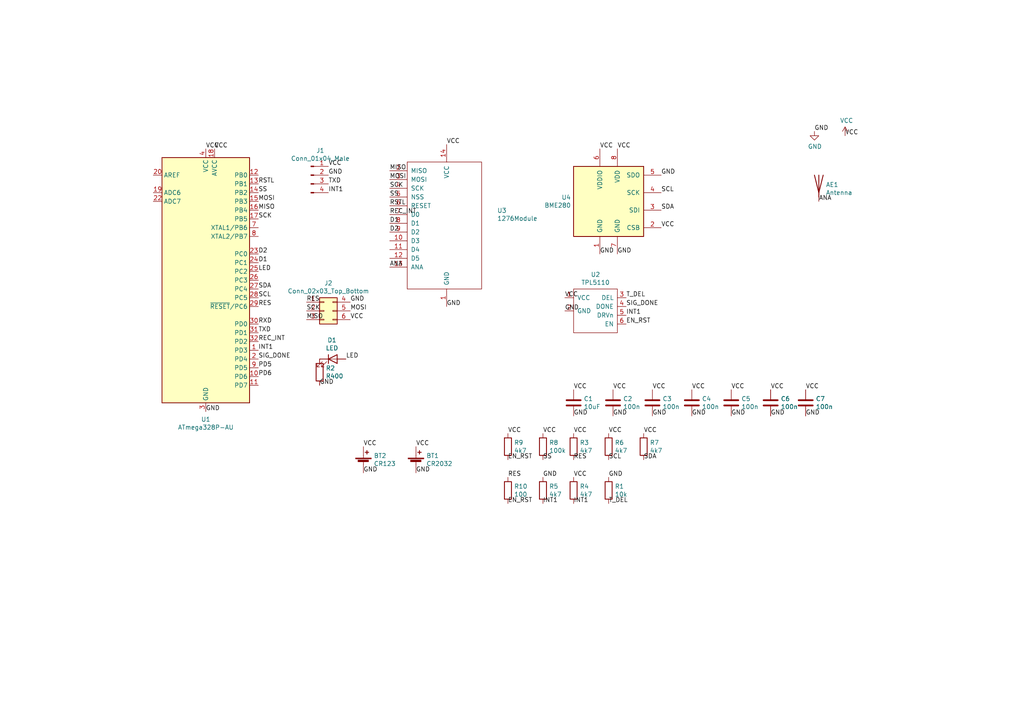
<source format=kicad_sch>
(kicad_sch (version 20211123) (generator eeschema)
  (paper "A4")
  (lib_symbols
    (symbol "Connector:Conn_01x04_Male" (pin_names (offset 1.016) hide)
      (property "Reference" "J" (at 0 5.08 0))
      (property "Value" "Conn_01x04_Male" (at 0 -7.62 0))
      (symbol "Conn_01x04_Male_1_1"
        (polyline (pts (xy 1.27 -5.08) (xy 0.8636 -5.08)) (stroke (width 0.1524)))
        (polyline (pts (xy 1.27 -2.54) (xy 0.8636 -2.54)) (stroke (width 0.1524)))
        (polyline (pts (xy 1.27 0) (xy 0.8636 0)) (stroke (width 0.1524)))
        (polyline (pts (xy 1.27 2.54) (xy 0.8636 2.54)) (stroke (width 0.1524)))
        (rectangle (start 0.8636 -4.953) (end 0 -5.207) (stroke (width 0.1524)) (fill (type outline)))
        (rectangle (start 0.8636 -2.413) (end 0 -2.667) (stroke (width 0.1524)) (fill (type outline)))
        (rectangle (start 0.8636 0.127) (end 0 -0.127) (stroke (width 0.1524)) (fill (type outline)))
        (rectangle (start 0.8636 2.667) (end 0 2.413) (stroke (width 0.1524)) (fill (type outline)))
        (pin passive line (at 5.08 2.54 180) (length 3.81) (name "Pin_1") (number "1"))
        (pin passive line (at 5.08 0 180) (length 3.81) (name "Pin_2") (number "2"))
        (pin passive line (at 5.08 -2.54 180) (length 3.81) (name "Pin_3") (number "3"))
        (pin passive line (at 5.08 -5.08 180) (length 3.81) (name "Pin_4") (number "4"))
      )
    )
    (symbol "Connector_Generic:Conn_02x03_Top_Bottom" (pin_names (offset 1.016) hide)
      (property "Reference" "J" (at 1.27 5.08 0))
      (property "Value" "Conn_02x03_Top_Bottom" (at 1.27 -5.08 0))
      (symbol "Conn_02x03_Top_Bottom_1_1"
        (rectangle (start -1.27 -2.413) (end 0 -2.667) (stroke (width 0.1524)))
        (rectangle (start -1.27 0.127) (end 0 -0.127) (stroke (width 0.1524)))
        (rectangle (start -1.27 2.667) (end 0 2.413) (stroke (width 0.1524)))
        (rectangle (start -1.27 3.81) (end 3.81 -3.81) (stroke (width 0.254)) (fill (type background)))
        (rectangle (start 3.81 -2.413) (end 2.54 -2.667) (stroke (width 0.1524)))
        (rectangle (start 3.81 0.127) (end 2.54 -0.127) (stroke (width 0.1524)))
        (rectangle (start 3.81 2.667) (end 2.54 2.413) (stroke (width 0.1524)))
        (pin passive line (at -5.08 2.54 0) (length 3.81) (name "Pin_1") (number "1"))
        (pin passive line (at -5.08 0 0) (length 3.81) (name "Pin_2") (number "2"))
        (pin passive line (at -5.08 -2.54 0) (length 3.81) (name "Pin_3") (number "3"))
        (pin passive line (at 7.62 2.54 180) (length 3.81) (name "Pin_4") (number "4"))
        (pin passive line (at 7.62 0 180) (length 3.81) (name "Pin_5") (number "5"))
        (pin passive line (at 7.62 -2.54 180) (length 3.81) (name "Pin_6") (number "6"))
      )
    )
    (symbol "Device:Antenna" (pin_numbers hide) (pin_names (offset 1.016) hide)
      (property "Reference" "AE" (at -1.905 1.905 0))
      (property "Value" "Antenna" (at -1.905 0 0))
      (symbol "Antenna_0_1"
        (polyline (pts (xy 0 2.54) (xy 0 -3.81)) (stroke (width 0.254)))
        (polyline (pts (xy 1.27 2.54) (xy 0 -2.54) (xy -1.27 2.54)) (stroke (width 0.254)))
      )
      (symbol "Antenna_1_1"
        (pin input line (at 0 -5.08 90) (length 2.54) (name "A") (number "1"))
      )
    )
    (symbol "Device:Battery_Cell" (pin_numbers hide) (pin_names (offset 0) hide)
      (property "Reference" "BT" (at 2.54 2.54 0))
      (property "Value" "Battery_Cell" (at 2.54 0 0))
      (symbol "Battery_Cell_0_1"
        (rectangle (start -2.286 1.778) (end 2.286 1.524) (fill (type outline)))
        (rectangle (start -1.5748 1.1938) (end 1.4732 0.6858) (fill (type outline)))
        (polyline (pts (xy 0 0.762) (xy 0 0)))
        (polyline (pts (xy 0 1.778) (xy 0 2.54)))
        (polyline (pts (xy 0.508 3.429) (xy 1.524 3.429)) (stroke (width 0.254)))
        (polyline (pts (xy 1.016 3.937) (xy 1.016 2.921)) (stroke (width 0.254)))
      )
      (symbol "Battery_Cell_1_1"
        (pin passive line (at 0 5.08 270) (length 2.54) (name "+") (number "1"))
        (pin passive line (at 0 -2.54 90) (length 2.54) (name "-") (number "2"))
      )
    )
    (symbol "Device:C" (pin_numbers hide) (pin_names (offset 0.254))
      (property "Reference" "C" (at 0.635 2.54 0))
      (property "Value" "C" (at 0.635 -2.54 0))
      (symbol "C_0_1"
        (polyline (pts (xy -2.032 -0.762) (xy 2.032 -0.762)) (stroke (width 0.508)))
        (polyline (pts (xy -2.032 0.762) (xy 2.032 0.762)) (stroke (width 0.508)))
      )
      (symbol "C_1_1"
        (pin passive line (at 0 3.81 270) (length 2.794) (name "~") (number "1"))
        (pin passive line (at 0 -3.81 90) (length 2.794) (name "~") (number "2"))
      )
    )
    (symbol "Device:LED" (pin_numbers hide) (pin_names (offset 1.016) hide)
      (property "Reference" "D" (at 0 2.54 0))
      (property "Value" "LED" (at 0 -2.54 0))
      (symbol "LED_0_1"
        (polyline (pts (xy -1.27 -1.27) (xy -1.27 1.27)) (stroke (width 0.254)))
        (polyline (pts (xy -1.27 0) (xy 1.27 0)))
        (polyline (pts (xy 1.27 -1.27) (xy 1.27 1.27) (xy -1.27 0) (xy 1.27 -1.27)) (stroke (width 0.254)))
        (polyline (pts (xy -3.048 -0.762) (xy -4.572 -2.286) (xy -3.81 -2.286) (xy -4.572 -2.286) (xy -4.572 -1.524)))
        (polyline (pts (xy -1.778 -0.762) (xy -3.302 -2.286) (xy -2.54 -2.286) (xy -3.302 -2.286) (xy -3.302 -1.524)))
      )
      (symbol "LED_1_1"
        (pin passive line (at -3.81 0 0) (length 2.54) (name "K") (number "1"))
        (pin passive line (at 3.81 0 180) (length 2.54) (name "A") (number "2"))
      )
    )
    (symbol "Device:R" (pin_numbers hide) (pin_names (offset 0))
      (property "Reference" "R" (at 2.032 0 90))
      (property "Value" "R" (at 0 0 90))
      (symbol "R_0_1"
        (rectangle (start -1.016 -2.54) (end 1.016 2.54) (stroke (width 0.254)))
      )
      (symbol "R_1_1"
        (pin passive line (at 0 3.81 270) (length 1.27) (name "~") (number "1"))
        (pin passive line (at 0 -3.81 90) (length 1.27) (name "~") (number "2"))
      )
    )
    (symbol "HASymbols:1276Module" (pin_names (offset 1.016))
      (property "Reference" "U" (at 10.16 -1.27 0))
      (property "Value" "1276Module" (at 11.43 -6.35 0))
      (symbol "1276Module_0_1"
        (rectangle (start -16.51 20.32) (end 5.08 -16.51))
      )
      (symbol "1276Module_1_1"
        (pin bidirectional line (at -5.08 -21.59 90) (length 5.08) (name "GND") (number "1"))
        (pin bidirectional line (at -21.59 -2.54 0) (length 5.08) (name "D3") (number "10"))
        (pin bidirectional line (at -21.59 -5.08 0) (length 5.08) (name "D4") (number "11"))
        (pin bidirectional line (at -21.59 -7.62 0) (length 5.08) (name "D5") (number "12"))
        (pin bidirectional line (at -21.59 -10.16 0) (length 5.08) (name "ANA") (number "13"))
        (pin bidirectional line (at -5.08 25.4 270) (length 5.08) (name "VCC") (number "14"))
        (pin bidirectional line (at -21.59 17.78 0) (length 5.08) (name "MISO") (number "2"))
        (pin bidirectional line (at -21.59 15.24 0) (length 5.08) (name "MOSI") (number "3"))
        (pin bidirectional line (at -21.59 12.7 0) (length 5.08) (name "SCK") (number "4"))
        (pin bidirectional line (at -21.59 10.16 0) (length 5.08) (name "NSS") (number "5"))
        (pin bidirectional line (at -21.59 7.62 0) (length 5.08) (name "RESET") (number "6"))
        (pin bidirectional line (at -21.59 5.08 0) (length 5.08) (name "D0") (number "7"))
        (pin bidirectional line (at -21.59 2.54 0) (length 5.08) (name "D1") (number "8"))
        (pin bidirectional line (at -21.59 0 0) (length 5.08) (name "D2") (number "9"))
      )
    )
    (symbol "HASymbols:TPL5111" (pin_names (offset 1.016))
      (property "Reference" "U" (at 0 0 0))
      (property "Value" "TPL5111" (at 1.27 -2.54 0))
      (symbol "TPL5111_0_1"
        (rectangle (start -6.35 15.24) (end 6.35 2.54))
      )
      (symbol "TPL5111_1_1"
        (pin input line (at -8.89 12.7 0) (length 2.54) (name "VCC") (number "1"))
        (pin input line (at -8.89 8.89 0) (length 2.54) (name "GND") (number "2"))
        (pin input line (at 8.89 12.7 180) (length 2.54) (name "DEL") (number "3"))
        (pin input line (at 8.89 10.16 180) (length 2.54) (name "DONE") (number "4"))
        (pin input line (at 8.89 7.62 180) (length 2.54) (name "DRVn") (number "5"))
        (pin input line (at 8.89 5.08 180) (length 2.54) (name "EN") (number "6"))
      )
    )
    (symbol "MCU_Microchip_ATmega:ATmega328P-AU"
      (property "Reference" "U" (at -12.7 36.83 0))
      (property "Value" "MCU_Microchip_ATmega_ATmega328P-AU" (at 2.54 -36.83 0))
      (symbol "ATmega328P-AU_0_1"
        (rectangle (start -12.7 -35.56) (end 12.7 35.56) (stroke (width 0.254)) (fill (type background)))
      )
      (symbol "ATmega328P-AU_1_1"
        (pin bidirectional line (at 15.24 -20.32 180) (length 2.54) (name "PD3") (number "1"))
        (pin bidirectional line (at 15.24 -27.94 180) (length 2.54) (name "PD6") (number "10"))
        (pin bidirectional line (at 15.24 -30.48 180) (length 2.54) (name "PD7") (number "11"))
        (pin bidirectional line (at 15.24 30.48 180) (length 2.54) (name "PB0") (number "12"))
        (pin bidirectional line (at 15.24 27.94 180) (length 2.54) (name "PB1") (number "13"))
        (pin bidirectional line (at 15.24 25.4 180) (length 2.54) (name "PB2") (number "14"))
        (pin bidirectional line (at 15.24 22.86 180) (length 2.54) (name "PB3") (number "15"))
        (pin bidirectional line (at 15.24 20.32 180) (length 2.54) (name "PB4") (number "16"))
        (pin bidirectional line (at 15.24 17.78 180) (length 2.54) (name "PB5") (number "17"))
        (pin power_in line (at 2.54 38.1 270) (length 2.54) (name "AVCC") (number "18"))
        (pin input line (at -15.24 25.4 0) (length 2.54) (name "ADC6") (number "19"))
        (pin bidirectional line (at 15.24 -22.86 180) (length 2.54) (name "PD4") (number "2"))
        (pin passive line (at -15.24 30.48 0) (length 2.54) (name "AREF") (number "20"))
        (pin passive line (at 0 -38.1 90) (length 2.54) hide (name "GND") (number "21"))
        (pin input line (at -15.24 22.86 0) (length 2.54) (name "ADC7") (number "22"))
        (pin bidirectional line (at 15.24 7.62 180) (length 2.54) (name "PC0") (number "23"))
        (pin bidirectional line (at 15.24 5.08 180) (length 2.54) (name "PC1") (number "24"))
        (pin bidirectional line (at 15.24 2.54 180) (length 2.54) (name "PC2") (number "25"))
        (pin bidirectional line (at 15.24 0 180) (length 2.54) (name "PC3") (number "26"))
        (pin bidirectional line (at 15.24 -2.54 180) (length 2.54) (name "PC4") (number "27"))
        (pin bidirectional line (at 15.24 -5.08 180) (length 2.54) (name "PC5") (number "28"))
        (pin bidirectional line (at 15.24 -7.62 180) (length 2.54) (name "~{RESET}/PC6") (number "29"))
        (pin power_in line (at 0 -38.1 90) (length 2.54) (name "GND") (number "3"))
        (pin bidirectional line (at 15.24 -12.7 180) (length 2.54) (name "PD0") (number "30"))
        (pin bidirectional line (at 15.24 -15.24 180) (length 2.54) (name "PD1") (number "31"))
        (pin bidirectional line (at 15.24 -17.78 180) (length 2.54) (name "PD2") (number "32"))
        (pin power_in line (at 0 38.1 270) (length 2.54) (name "VCC") (number "4"))
        (pin passive line (at 0 -38.1 90) (length 2.54) hide (name "GND") (number "5"))
        (pin passive line (at 0 38.1 270) (length 2.54) hide (name "VCC") (number "6"))
        (pin bidirectional line (at 15.24 15.24 180) (length 2.54) (name "XTAL1/PB6") (number "7"))
        (pin bidirectional line (at 15.24 12.7 180) (length 2.54) (name "XTAL2/PB7") (number "8"))
        (pin bidirectional line (at 15.24 -25.4 180) (length 2.54) (name "PD5") (number "9"))
      )
    )
    (symbol "Sensor:BME280" (pin_names (offset 1.016))
      (property "Reference" "U" (at 7.62 12.7 0))
      (property "Value" "BME280" (at 7.62 -12.7 0))
      (symbol "BME280_0_1"
        (rectangle (start -10.16 10.16) (end 10.16 -10.16) (stroke (width 0.254)) (fill (type background)))
      )
      (symbol "BME280_1_1"
        (pin power_in line (at -2.54 -15.24 90) (length 5.08) (name "GND") (number "1"))
        (pin input line (at 15.24 -7.62 180) (length 5.08) (name "CSB") (number "2"))
        (pin bidirectional line (at 15.24 -2.54 180) (length 5.08) (name "SDI") (number "3"))
        (pin input line (at 15.24 2.54 180) (length 5.08) (name "SCK") (number "4"))
        (pin bidirectional line (at 15.24 7.62 180) (length 5.08) (name "SDO") (number "5"))
        (pin power_in line (at -2.54 15.24 270) (length 5.08) (name "VDDIO") (number "6"))
        (pin power_in line (at 2.54 -15.24 90) (length 5.08) (name "GND") (number "7"))
        (pin power_in line (at 2.54 15.24 270) (length 5.08) (name "VDD") (number "8"))
      )
    )
    (symbol "power:GND" (power) (pin_names (offset 0))
      (property "Value" "GND" (at 0 -3.81 0))
      (symbol "GND_0_1"
        (polyline (pts (xy 0 0) (xy 0 -1.27) (xy 1.27 -1.27) (xy 0 -2.54) (xy -1.27 -1.27) (xy 0 -1.27)))
      )
      (symbol "GND_1_1"
        (pin power_in line (at 0 0 270) (length 0) hide (name "GND") (number "1"))
      )
    )
    (symbol "power:VCC" (power) (pin_names (offset 0))
      (property "Value" "VCC" (at 0 3.81 0))
      (symbol "VCC_0_1"
        (polyline (pts (xy -0.762 1.27) (xy 0 2.54)))
        (polyline (pts (xy 0 0) (xy 0 2.54)))
        (polyline (pts (xy 0 2.54) (xy 0.762 1.27)))
      )
      (symbol "VCC_1_1"
        (pin power_in line (at 0 0 90) (length 0) hide (name "VCC") (number "1"))
      )
    )
  )
  (label "MISO" (at 113.03 49.53 0))
  (label "VCC" (at 95.25 48.26 0))
  (label "INT1" (at 181.61 91.44 0))
  (label "GND" (at 173.99 73.66 0))
  (label "PD6" (at 74.93 109.22 0))
  (label "SCL" (at 74.93 86.36 0))
  (label "D2" (at 113.03 67.31 0))
  (label "RES" (at 88.9 87.63 0))
  (label "SCK" (at 113.03 54.61 0))
  (label "RES" (at 147.32 138.43 0))
  (label "VCC" (at 163.83 86.36 0))
  (label "REC_INT" (at 113.03 62.23 0))
  (label "EN_RST" (at 147.32 133.35 0))
  (label "LED" (at 100.33 104.14 0))
  (label "GND" (at 157.48 138.43 0))
  (label "D1" (at 113.03 64.77 0))
  (label "SS" (at 157.48 133.35 0))
  (label "SS" (at 74.93 55.88 0))
  (label "GND" (at 95.25 50.8 0))
  (label "VCC" (at 177.8 113.03 0))
  (label "GND" (at 105.41 137.16 0))
  (label "RSTL" (at 113.03 59.69 0))
  (label "VCC" (at 129.54 41.91 0))
  (label "GND" (at 189.23 120.65 0))
  (label "D1" (at 74.93 76.2 0))
  (label "EN_RST" (at 181.61 93.98 0))
  (label "GND" (at 101.6 87.63 0))
  (label "VCC" (at 233.68 113.03 0))
  (label "INT1" (at 95.25 55.88 0))
  (label "LED" (at 74.93 78.74 0))
  (label "SIG_DONE" (at 181.61 88.9 0))
  (label "VCC" (at 62.23 43.18 0))
  (label "SCK" (at 74.93 63.5 0))
  (label "SIG_DONE" (at 74.93 104.14 0))
  (label "INT1" (at 166.37 146.05 0))
  (label "VCC" (at 212.09 113.03 0))
  (label "SS" (at 113.03 57.15 0))
  (label "GND" (at 92.71 111.76 0))
  (label "VCC" (at 173.99 43.18 0))
  (label "GND" (at 200.66 120.65 0))
  (label "GND" (at 129.54 88.9 0))
  (label "SDA" (at 191.77 60.96 0))
  (label "VCC" (at 186.69 125.73 0))
  (label "SDA" (at 74.93 83.82 0))
  (label "VCC" (at 223.52 113.03 0))
  (label "RSTL" (at 74.93 53.34 0))
  (label "SCL" (at 176.53 133.35 0))
  (label "SDA" (at 186.69 133.35 0))
  (label "VCC" (at 157.48 125.73 0))
  (label "VCC" (at 189.23 113.03 0))
  (label "INT1" (at 157.48 146.05 0))
  (label "VCC" (at 59.69 43.18 0))
  (label "GND" (at 179.07 73.66 0))
  (label "GND" (at 223.52 120.65 0))
  (label "GND" (at 176.53 138.43 0))
  (label "VCC" (at 166.37 125.73 0))
  (label "T_DEL" (at 181.61 86.36 0))
  (label "RES" (at 166.37 133.35 0))
  (label "RXD" (at 74.93 93.98 0))
  (label "SCK" (at 88.9 90.17 0))
  (label "GND" (at 177.8 120.65 0))
  (label "GND" (at 233.68 120.65 0))
  (label "EN_RST" (at 147.32 146.05 0))
  (label "VCC" (at 147.32 125.73 0))
  (label "GND" (at 120.65 137.16 0))
  (label "GND" (at 163.83 90.17 0))
  (label "VCC" (at 179.07 43.18 0))
  (label "VCC" (at 166.37 113.03 0))
  (label "VCC" (at 191.77 66.04 0))
  (label "VCC" (at 245.11 39.37 0))
  (label "REC_INT" (at 74.93 99.06 0))
  (label "GND" (at 212.09 120.65 0))
  (label "MISO" (at 74.93 60.96 0))
  (label "RES" (at 74.93 88.9 0))
  (label "TXD" (at 95.25 53.34 0))
  (label "MOSI" (at 113.03 52.07 0))
  (label "GND" (at 166.37 120.65 0))
  (label "VCC" (at 176.53 125.73 0))
  (label "PD5" (at 74.93 106.68 0))
  (label "VCC" (at 166.37 138.43 0))
  (label "GND" (at 59.69 119.38 0))
  (label "D2" (at 74.93 73.66 0))
  (label "VCC" (at 101.6 92.71 0))
  (label "GND" (at 236.22 38.1 0))
  (label "ANA" (at 113.03 77.47 0))
  (label "TXD" (at 74.93 96.52 0))
  (label "MOSI" (at 74.93 58.42 0))
  (label "VCC" (at 120.65 129.54 0))
  (label "VCC" (at 200.66 113.03 0))
  (label "INT1" (at 74.93 101.6 0))
  (label "T_DEL" (at 176.53 146.05 0))
  (label "SCL" (at 191.77 55.88 0))
  (label "MISO" (at 88.9 92.71 0))
  (label "ANA" (at 237.49 58.42 0))
  (label "MOSI" (at 101.6 90.17 0))
  (label "GND" (at 191.77 50.8 0))
  (label "VCC" (at 105.41 129.54 0))
  (symbol (lib_id "Device:R") (at 166.37 129.54 0) (unit 1)
    (property "Reference" "R3" (at 168.148 128.3716 0) (effects (justify left)))
    (property "Value" "4k7" (at 168.148 130.683 0) (effects (justify left)))
    (property "Footprint" "halib:R_0603_Compact_hand" (effects hide))
  )
  (symbol (lib_id "HASymbols:1276Module") (at 134.62 67.31 0) (unit 1)
    (property "Reference" "U3" (at 144.1958 61.0616 0) (effects (justify left)))
    (property "Value" "1276Module" (at 144.1958 63.373 0) (effects (justify left)))
    (property "Footprint" "halib:1276Module2mm" (effects hide))
  )
  (symbol (lib_id "power:GND") (at 236.22 38.1 0) (unit 1)
    (property "Reference" "#PWR01" (effects hide))
    (property "Value" "GND" (at 236.347 42.4942 0))
  )
  (symbol (lib_id "power:VCC") (at 245.11 39.37 0) (unit 1)
    (property "Reference" "#PWR02" (effects hide))
    (property "Value" "VCC" (at 245.5418 34.9758 0))
  )
  (symbol (lib_id "Device:C") (at 166.37 116.84 0) (unit 1)
    (property "Reference" "C1" (at 169.291 115.6716 0) (effects (justify left)))
    (property "Value" "10uF" (at 169.291 117.983 0) (effects (justify left)))
    (property "Footprint" "Capacitors_SMD:C_0805_HandSoldering" (effects hide))
  )
  (symbol (lib_id "Device:C") (at 189.23 116.84 0) (unit 1)
    (property "Reference" "C3" (at 192.151 115.6716 0) (effects (justify left)))
    (property "Value" "100n" (at 192.151 117.983 0) (effects (justify left)))
    (property "Footprint" "halib:C_0603_Compact_hand" (effects hide))
  )
  (symbol (lib_id "Device:C") (at 177.8 116.84 0) (unit 1)
    (property "Reference" "C2" (at 180.721 115.6716 0) (effects (justify left)))
    (property "Value" "100n" (at 180.721 117.983 0) (effects (justify left)))
    (property "Footprint" "halib:C_0603_Compact_hand" (effects hide))
  )
  (symbol (lib_id "Device:C") (at 212.09 116.84 0) (unit 1)
    (property "Reference" "C5" (at 215.011 115.6716 0) (effects (justify left)))
    (property "Value" "100n" (at 215.011 117.983 0) (effects (justify left)))
    (property "Footprint" "halib:C_0603_Compact_hand" (effects hide))
  )
  (symbol (lib_id "Device:C") (at 200.66 116.84 0) (unit 1)
    (property "Reference" "C4" (at 203.581 115.6716 0) (effects (justify left)))
    (property "Value" "100n" (at 203.581 117.983 0) (effects (justify left)))
    (property "Footprint" "halib:C_0603_Compact_hand" (effects hide))
  )
  (symbol (lib_id "Device:R") (at 176.53 129.54 0) (unit 1)
    (property "Reference" "R6" (at 178.308 128.3716 0) (effects (justify left)))
    (property "Value" "4k7" (at 178.308 130.683 0) (effects (justify left)))
    (property "Footprint" "halib:R_0603_Compact_hand" (effects hide))
  )
  (symbol (lib_id "Device:R") (at 186.69 129.54 0) (unit 1)
    (property "Reference" "R7" (at 188.468 128.3716 0) (effects (justify left)))
    (property "Value" "4k7" (at 188.468 130.683 0) (effects (justify left)))
    (property "Footprint" "halib:R_0603_Compact_hand" (effects hide))
  )
  (symbol (lib_id "Sensor:BME280") (at 176.53 58.42 0) (unit 1)
    (property "Reference" "U4" (at 165.608 57.2516 0) (effects (justify right)))
    (property "Value" "BME280" (at 165.608 59.563 0) (effects (justify right)))
    (property "Footprint" "halib:Bme280_1mm" (effects hide))
    (property "Datasheet" "https://ae-bst.resource.bosch.com/media/_tech/media/datasheets/BST-BME280_DS001-11.pdf" (effects hide))
  )
  (symbol (lib_id "Connector_Generic:Conn_02x03_Top_Bottom") (at 93.98 90.17 0) (unit 1)
    (property "Reference" "J2" (at 95.25 82.1182 0))
    (property "Value" "Conn_02x03_Top_Bottom" (at 95.25 84.4296 0))
    (property "Footprint" "halib:EdgePads_FB_2x03" (effects hide))
  )
  (symbol (lib_id "Device:LED") (at 96.52 104.14 0) (unit 1)
    (property "Reference" "D1" (at 96.2914 98.6536 0))
    (property "Value" "LED" (at 96.2914 100.965 0))
    (property "Footprint" "LEDs:LED_0805" (effects hide))
  )
  (symbol (lib_id "Device:R") (at 92.71 107.95 0) (unit 1)
    (property "Reference" "R2" (at 94.488 106.7816 0) (effects (justify left)))
    (property "Value" "R400" (at 94.488 109.093 0) (effects (justify left)))
    (property "Footprint" "halib:R_0603_Compact_hand" (effects hide))
  )
  (symbol (lib_id "HASymbols:TPL5111") (at 172.72 99.06 0) (unit 1)
    (property "Reference" "U2" (at 172.72 79.629 0))
    (property "Value" "TPL5110" (at 172.72 81.9404 0))
    (property "Footprint" "TO_SOT_Packages_SMD:SOT-23-6" (effects hide))
  )
  (symbol (lib_id "Device:R") (at 176.53 142.24 180) (unit 1)
    (property "Reference" "R1" (at 178.308 141.0716 0) (effects (justify right)))
    (property "Value" "10k" (at 178.308 143.383 0) (effects (justify right)))
    (property "Footprint" "halib:R_0603_Compact_hand" (effects hide))
  )
  (symbol (lib_id "Device:Antenna") (at 237.49 53.34 0) (unit 1)
    (property "Reference" "AE1" (at 239.522 53.5686 0) (effects (justify left)))
    (property "Value" "Antenna" (at 239.522 55.88 0) (effects (justify left)))
    (property "Footprint" "Pin_Headers:Pin_Header_Straight_1x01_Pitch2.54mm" (effects hide))
  )
  (symbol (lib_id "Device:C") (at 223.52 116.84 0) (unit 1)
    (property "Reference" "C6" (at 226.441 115.6716 0) (effects (justify left)))
    (property "Value" "100n" (at 226.441 117.983 0) (effects (justify left)))
    (property "Footprint" "halib:C_0603_Compact_hand" (effects hide))
  )
  (symbol (lib_id "Device:R") (at 166.37 142.24 0) (unit 1)
    (property "Reference" "R4" (at 168.148 141.0716 0) (effects (justify left)))
    (property "Value" "4k7" (at 168.148 143.383 0) (effects (justify left)))
    (property "Footprint" "halib:R_0603_Compact_hand" (effects hide))
  )
  (symbol (lib_id "Device:Battery_Cell") (at 120.65 134.62 0) (unit 1)
    (property "Reference" "BT1" (at 123.6472 132.1816 0) (effects (justify left)))
    (property "Value" "CR2032" (at 123.6472 134.493 0) (effects (justify left)))
    (property "Footprint" "halib:2032-SMD_COMPACT" (effects hide))
  )
  (symbol (lib_id "Device:R") (at 157.48 142.24 0) (unit 1)
    (property "Reference" "R5" (at 159.258 141.0716 0) (effects (justify left)))
    (property "Value" "4k7" (at 159.258 143.383 0) (effects (justify left)))
    (property "Footprint" "halib:R_0603_Compact_hand" (effects hide))
  )
  (symbol (lib_id "Device:Battery_Cell") (at 105.41 134.62 0) (unit 1)
    (property "Reference" "BT2" (at 108.4072 132.1816 0) (effects (justify left)))
    (property "Value" "CR123" (at 108.4072 134.493 0) (effects (justify left)))
    (property "Footprint" "halib:CR123Holder" (effects hide))
  )
  (symbol (lib_id "MCU_Microchip_ATmega:ATmega328P-AU") (at 59.69 81.28 0) (unit 1)
    (property "Reference" "U1" (at 59.69 121.6406 0))
    (property "Value" "ATmega328P-AU" (at 59.69 123.952 0))
    (property "Footprint" "Housings_QFP:TQFP-32_7x7mm_Pitch0.8mm" (effects hide))
    (property "Datasheet" "http://ww1.microchip.com/downloads/en/DeviceDoc/ATmega328_P%20AVR%20MCU%20with%20picoPower%20Technology%20Data%20Sheet%2040001984A.pdf" (effects hide))
  )
  (symbol (lib_id "Device:R") (at 157.48 129.54 0) (unit 1)
    (property "Reference" "R8" (at 159.258 128.3716 0) (effects (justify left)))
    (property "Value" "100k" (at 159.258 130.683 0) (effects (justify left)))
    (property "Footprint" "halib:R_0603_Compact_hand" (effects hide))
  )
  (symbol (lib_id "Device:R") (at 147.32 129.54 0) (unit 1)
    (property "Reference" "R9" (at 149.098 128.3716 0) (effects (justify left)))
    (property "Value" "4k7" (at 149.098 130.683 0) (effects (justify left)))
    (property "Footprint" "halib:R_0603_Compact_hand" (effects hide))
  )
  (symbol (lib_id "Device:R") (at 147.32 142.24 0) (unit 1)
    (property "Reference" "R10" (at 149.098 141.0716 0) (effects (justify left)))
    (property "Value" "100" (at 149.098 143.383 0) (effects (justify left)))
    (property "Footprint" "halib:R_0603_Compact_hand" (effects hide))
  )
  (symbol (lib_id "Connector:Conn_01x04_Male") (at 90.17 50.8 0) (unit 1)
    (property "Reference" "J1" (at 92.9132 43.6626 0))
    (property "Value" "Conn_01x04_Male" (at 92.9132 45.974 0))
    (property "Footprint" "Pin_Headers:Pin_Header_Straight_1x04_Pitch2.54mm" (effects hide))
  )
  (symbol (lib_id "Device:C") (at 233.68 116.84 0) (unit 1)
    (property "Reference" "C7" (at 236.601 115.6716 0) (effects (justify left)))
    (property "Value" "100n" (at 236.601 117.983 0) (effects (justify left)))
    (property "Footprint" "halib:C_0603_Compact_hand" (effects hide))
  )
)
</source>
